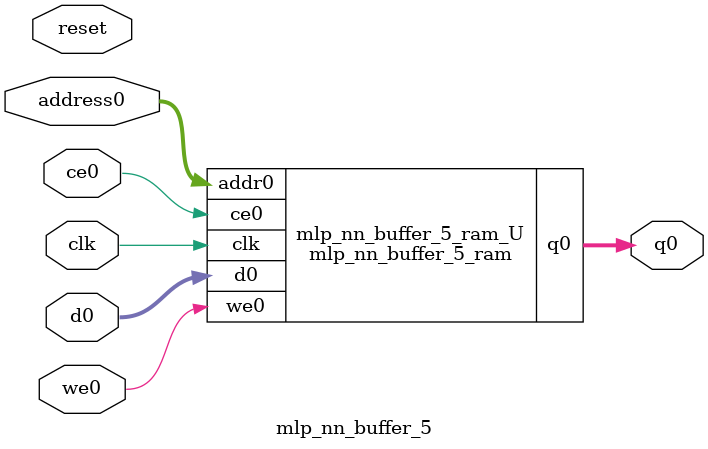
<source format=v>
`timescale 1 ns / 1 ps
module mlp_nn_buffer_5_ram (addr0, ce0, d0, we0, q0,  clk);

parameter DWIDTH = 32;
parameter AWIDTH = 3;
parameter MEM_SIZE = 6;

input[AWIDTH-1:0] addr0;
input ce0;
input[DWIDTH-1:0] d0;
input we0;
output reg[DWIDTH-1:0] q0;
input clk;

reg [DWIDTH-1:0] ram[0:MEM_SIZE-1];




always @(posedge clk)  
begin 
    if (ce0) begin
        if (we0) 
            ram[addr0] <= d0; 
        q0 <= ram[addr0];
    end
end


endmodule

`timescale 1 ns / 1 ps
module mlp_nn_buffer_5(
    reset,
    clk,
    address0,
    ce0,
    we0,
    d0,
    q0);

parameter DataWidth = 32'd32;
parameter AddressRange = 32'd6;
parameter AddressWidth = 32'd3;
input reset;
input clk;
input[AddressWidth - 1:0] address0;
input ce0;
input we0;
input[DataWidth - 1:0] d0;
output[DataWidth - 1:0] q0;



mlp_nn_buffer_5_ram mlp_nn_buffer_5_ram_U(
    .clk( clk ),
    .addr0( address0 ),
    .ce0( ce0 ),
    .we0( we0 ),
    .d0( d0 ),
    .q0( q0 ));

endmodule


</source>
